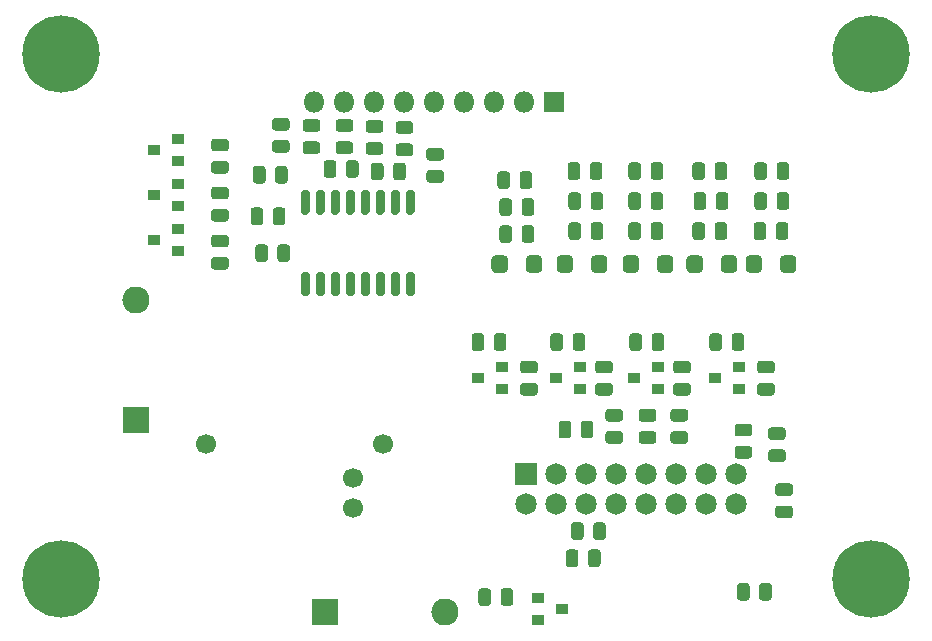
<source format=gbr>
G04 #@! TF.GenerationSoftware,KiCad,Pcbnew,(5.1.6-0-10_14)*
G04 #@! TF.CreationDate,2020-07-24T12:42:11-04:00*
G04 #@! TF.ProjectId,Pufferfish-Interface-2,50756666-6572-4666-9973-682d496e7465,rev?*
G04 #@! TF.SameCoordinates,Original*
G04 #@! TF.FileFunction,Soldermask,Top*
G04 #@! TF.FilePolarity,Negative*
%FSLAX46Y46*%
G04 Gerber Fmt 4.6, Leading zero omitted, Abs format (unit mm)*
G04 Created by KiCad (PCBNEW (5.1.6-0-10_14)) date 2020-07-24 12:42:11*
%MOMM*%
%LPD*%
G01*
G04 APERTURE LIST*
%ADD10C,6.553200*%
%ADD11R,1.825000X1.825000*%
%ADD12C,1.825000*%
%ADD13O,1.800000X1.800000*%
%ADD14R,1.800000X1.800000*%
%ADD15C,1.700000*%
%ADD16R,2.300000X2.300000*%
%ADD17O,2.300000X2.300000*%
%ADD18R,1.000000X0.900000*%
G04 APERTURE END LIST*
D10*
X-3810000Y-6350000D03*
X-3810000Y-50800000D03*
X64770000Y-50800000D03*
X64770000Y-6350000D03*
D11*
X35560000Y-41910000D03*
D12*
X35560000Y-44450000D03*
X38100000Y-41910000D03*
X38100000Y-44450000D03*
X40640000Y-41910000D03*
X40640000Y-44450000D03*
X43180000Y-41910000D03*
X43180000Y-44450000D03*
X45720000Y-41910000D03*
X45720000Y-44450000D03*
X48260000Y-41910000D03*
X48260000Y-44450000D03*
X50800000Y-41910000D03*
X50800000Y-44450000D03*
X53340000Y-41910000D03*
X53340000Y-44450000D03*
D13*
X17619980Y-10421620D03*
X20159980Y-10421620D03*
X22699980Y-10421620D03*
X25239980Y-10421620D03*
X27779980Y-10421620D03*
X30319980Y-10421620D03*
X32859980Y-10421620D03*
X35399980Y-10421620D03*
D14*
X37939980Y-10421620D03*
G36*
G01*
X15286910Y-12818160D02*
X14324410Y-12818160D01*
G75*
G02*
X14055660Y-12549410I0J268750D01*
G01*
X14055660Y-12011910D01*
G75*
G02*
X14324410Y-11743160I268750J0D01*
G01*
X15286910Y-11743160D01*
G75*
G02*
X15555660Y-12011910I0J-268750D01*
G01*
X15555660Y-12549410D01*
G75*
G02*
X15286910Y-12818160I-268750J0D01*
G01*
G37*
G36*
G01*
X15286910Y-14693160D02*
X14324410Y-14693160D01*
G75*
G02*
X14055660Y-14424410I0J268750D01*
G01*
X14055660Y-13886910D01*
G75*
G02*
X14324410Y-13618160I268750J0D01*
G01*
X15286910Y-13618160D01*
G75*
G02*
X15555660Y-13886910I0J-268750D01*
G01*
X15555660Y-14424410D01*
G75*
G02*
X15286910Y-14693160I-268750J0D01*
G01*
G37*
G36*
G01*
X19513600Y-15584250D02*
X19513600Y-16546750D01*
G75*
G02*
X19244850Y-16815500I-268750J0D01*
G01*
X18707350Y-16815500D01*
G75*
G02*
X18438600Y-16546750I0J268750D01*
G01*
X18438600Y-15584250D01*
G75*
G02*
X18707350Y-15315500I268750J0D01*
G01*
X19244850Y-15315500D01*
G75*
G02*
X19513600Y-15584250I0J-268750D01*
G01*
G37*
G36*
G01*
X21388600Y-15584250D02*
X21388600Y-16546750D01*
G75*
G02*
X21119850Y-16815500I-268750J0D01*
G01*
X20582350Y-16815500D01*
G75*
G02*
X20313600Y-16546750I0J268750D01*
G01*
X20313600Y-15584250D01*
G75*
G02*
X20582350Y-15315500I268750J0D01*
G01*
X21119850Y-15315500D01*
G75*
G02*
X21388600Y-15584250I0J-268750D01*
G01*
G37*
G36*
G01*
X23506480Y-15805230D02*
X23506480Y-16767730D01*
G75*
G02*
X23237730Y-17036480I-268750J0D01*
G01*
X22700230Y-17036480D01*
G75*
G02*
X22431480Y-16767730I0J268750D01*
G01*
X22431480Y-15805230D01*
G75*
G02*
X22700230Y-15536480I268750J0D01*
G01*
X23237730Y-15536480D01*
G75*
G02*
X23506480Y-15805230I0J-268750D01*
G01*
G37*
G36*
G01*
X25381480Y-15805230D02*
X25381480Y-16767730D01*
G75*
G02*
X25112730Y-17036480I-268750J0D01*
G01*
X24575230Y-17036480D01*
G75*
G02*
X24306480Y-16767730I0J268750D01*
G01*
X24306480Y-15805230D01*
G75*
G02*
X24575230Y-15536480I268750J0D01*
G01*
X25112730Y-15536480D01*
G75*
G02*
X25381480Y-15805230I0J-268750D01*
G01*
G37*
G36*
G01*
X28352670Y-15368320D02*
X27390170Y-15368320D01*
G75*
G02*
X27121420Y-15099570I0J268750D01*
G01*
X27121420Y-14562070D01*
G75*
G02*
X27390170Y-14293320I268750J0D01*
G01*
X28352670Y-14293320D01*
G75*
G02*
X28621420Y-14562070I0J-268750D01*
G01*
X28621420Y-15099570D01*
G75*
G02*
X28352670Y-15368320I-268750J0D01*
G01*
G37*
G36*
G01*
X28352670Y-17243320D02*
X27390170Y-17243320D01*
G75*
G02*
X27121420Y-16974570I0J268750D01*
G01*
X27121420Y-16437070D01*
G75*
G02*
X27390170Y-16168320I268750J0D01*
G01*
X28352670Y-16168320D01*
G75*
G02*
X28621420Y-16437070I0J-268750D01*
G01*
X28621420Y-16974570D01*
G75*
G02*
X28352670Y-17243320I-268750J0D01*
G01*
G37*
G36*
G01*
X13519200Y-16074470D02*
X13519200Y-17036970D01*
G75*
G02*
X13250450Y-17305720I-268750J0D01*
G01*
X12712950Y-17305720D01*
G75*
G02*
X12444200Y-17036970I0J268750D01*
G01*
X12444200Y-16074470D01*
G75*
G02*
X12712950Y-15805720I268750J0D01*
G01*
X13250450Y-15805720D01*
G75*
G02*
X13519200Y-16074470I0J-268750D01*
G01*
G37*
G36*
G01*
X15394200Y-16074470D02*
X15394200Y-17036970D01*
G75*
G02*
X15125450Y-17305720I-268750J0D01*
G01*
X14587950Y-17305720D01*
G75*
G02*
X14319200Y-17036970I0J268750D01*
G01*
X14319200Y-16074470D01*
G75*
G02*
X14587950Y-15805720I268750J0D01*
G01*
X15125450Y-15805720D01*
G75*
G02*
X15394200Y-16074470I0J-268750D01*
G01*
G37*
G36*
G01*
X13719860Y-22714030D02*
X13719860Y-23676530D01*
G75*
G02*
X13451110Y-23945280I-268750J0D01*
G01*
X12913610Y-23945280D01*
G75*
G02*
X12644860Y-23676530I0J268750D01*
G01*
X12644860Y-22714030D01*
G75*
G02*
X12913610Y-22445280I268750J0D01*
G01*
X13451110Y-22445280D01*
G75*
G02*
X13719860Y-22714030I0J-268750D01*
G01*
G37*
G36*
G01*
X15594860Y-22714030D02*
X15594860Y-23676530D01*
G75*
G02*
X15326110Y-23945280I-268750J0D01*
G01*
X14788610Y-23945280D01*
G75*
G02*
X14519860Y-23676530I0J268750D01*
G01*
X14519860Y-22714030D01*
G75*
G02*
X14788610Y-22445280I268750J0D01*
G01*
X15326110Y-22445280D01*
G75*
G02*
X15594860Y-22714030I0J-268750D01*
G01*
G37*
G36*
G01*
X13326160Y-19594910D02*
X13326160Y-20557410D01*
G75*
G02*
X13057410Y-20826160I-268750J0D01*
G01*
X12519910Y-20826160D01*
G75*
G02*
X12251160Y-20557410I0J268750D01*
G01*
X12251160Y-19594910D01*
G75*
G02*
X12519910Y-19326160I268750J0D01*
G01*
X13057410Y-19326160D01*
G75*
G02*
X13326160Y-19594910I0J-268750D01*
G01*
G37*
G36*
G01*
X15201160Y-19594910D02*
X15201160Y-20557410D01*
G75*
G02*
X14932410Y-20826160I-268750J0D01*
G01*
X14394910Y-20826160D01*
G75*
G02*
X14126160Y-20557410I0J268750D01*
G01*
X14126160Y-19594910D01*
G75*
G02*
X14394910Y-19326160I268750J0D01*
G01*
X14932410Y-19326160D01*
G75*
G02*
X15201160Y-19594910I0J-268750D01*
G01*
G37*
G36*
G01*
X57903030Y-43768060D02*
X56940530Y-43768060D01*
G75*
G02*
X56671780Y-43499310I0J268750D01*
G01*
X56671780Y-42961810D01*
G75*
G02*
X56940530Y-42693060I268750J0D01*
G01*
X57903030Y-42693060D01*
G75*
G02*
X58171780Y-42961810I0J-268750D01*
G01*
X58171780Y-43499310D01*
G75*
G02*
X57903030Y-43768060I-268750J0D01*
G01*
G37*
G36*
G01*
X57903030Y-45643060D02*
X56940530Y-45643060D01*
G75*
G02*
X56671780Y-45374310I0J268750D01*
G01*
X56671780Y-44836810D01*
G75*
G02*
X56940530Y-44568060I268750J0D01*
G01*
X57903030Y-44568060D01*
G75*
G02*
X58171780Y-44836810I0J-268750D01*
G01*
X58171780Y-45374310D01*
G75*
G02*
X57903030Y-45643060I-268750J0D01*
G01*
G37*
G36*
G01*
X55304640Y-52355670D02*
X55304640Y-51393170D01*
G75*
G02*
X55573390Y-51124420I268750J0D01*
G01*
X56110890Y-51124420D01*
G75*
G02*
X56379640Y-51393170I0J-268750D01*
G01*
X56379640Y-52355670D01*
G75*
G02*
X56110890Y-52624420I-268750J0D01*
G01*
X55573390Y-52624420D01*
G75*
G02*
X55304640Y-52355670I0J268750D01*
G01*
G37*
G36*
G01*
X53429640Y-52355670D02*
X53429640Y-51393170D01*
G75*
G02*
X53698390Y-51124420I268750J0D01*
G01*
X54235890Y-51124420D01*
G75*
G02*
X54504640Y-51393170I0J-268750D01*
G01*
X54504640Y-52355670D01*
G75*
G02*
X54235890Y-52624420I-268750J0D01*
G01*
X53698390Y-52624420D01*
G75*
G02*
X53429640Y-52355670I0J268750D01*
G01*
G37*
G36*
G01*
X40013940Y-48555990D02*
X40013940Y-49518490D01*
G75*
G02*
X39745190Y-49787240I-268750J0D01*
G01*
X39207690Y-49787240D01*
G75*
G02*
X38938940Y-49518490I0J268750D01*
G01*
X38938940Y-48555990D01*
G75*
G02*
X39207690Y-48287240I268750J0D01*
G01*
X39745190Y-48287240D01*
G75*
G02*
X40013940Y-48555990I0J-268750D01*
G01*
G37*
G36*
G01*
X41888940Y-48555990D02*
X41888940Y-49518490D01*
G75*
G02*
X41620190Y-49787240I-268750J0D01*
G01*
X41082690Y-49787240D01*
G75*
G02*
X40813940Y-49518490I0J268750D01*
G01*
X40813940Y-48555990D01*
G75*
G02*
X41082690Y-48287240I268750J0D01*
G01*
X41620190Y-48287240D01*
G75*
G02*
X41888940Y-48555990I0J-268750D01*
G01*
G37*
G36*
G01*
X41255900Y-47209630D02*
X41255900Y-46247130D01*
G75*
G02*
X41524650Y-45978380I268750J0D01*
G01*
X42062150Y-45978380D01*
G75*
G02*
X42330900Y-46247130I0J-268750D01*
G01*
X42330900Y-47209630D01*
G75*
G02*
X42062150Y-47478380I-268750J0D01*
G01*
X41524650Y-47478380D01*
G75*
G02*
X41255900Y-47209630I0J268750D01*
G01*
G37*
G36*
G01*
X39380900Y-47209630D02*
X39380900Y-46247130D01*
G75*
G02*
X39649650Y-45978380I268750J0D01*
G01*
X40187150Y-45978380D01*
G75*
G02*
X40455900Y-46247130I0J-268750D01*
G01*
X40455900Y-47209630D01*
G75*
G02*
X40187150Y-47478380I-268750J0D01*
G01*
X39649650Y-47478380D01*
G75*
G02*
X39380900Y-47209630I0J268750D01*
G01*
G37*
G36*
G01*
X56333470Y-39815480D02*
X57295970Y-39815480D01*
G75*
G02*
X57564720Y-40084230I0J-268750D01*
G01*
X57564720Y-40621730D01*
G75*
G02*
X57295970Y-40890480I-268750J0D01*
G01*
X56333470Y-40890480D01*
G75*
G02*
X56064720Y-40621730I0J268750D01*
G01*
X56064720Y-40084230D01*
G75*
G02*
X56333470Y-39815480I268750J0D01*
G01*
G37*
G36*
G01*
X56333470Y-37940480D02*
X57295970Y-37940480D01*
G75*
G02*
X57564720Y-38209230I0J-268750D01*
G01*
X57564720Y-38746730D01*
G75*
G02*
X57295970Y-39015480I-268750J0D01*
G01*
X56333470Y-39015480D01*
G75*
G02*
X56064720Y-38746730I0J268750D01*
G01*
X56064720Y-38209230D01*
G75*
G02*
X56333470Y-37940480I268750J0D01*
G01*
G37*
G36*
G01*
X53493750Y-39521080D02*
X54456250Y-39521080D01*
G75*
G02*
X54725000Y-39789830I0J-268750D01*
G01*
X54725000Y-40327330D01*
G75*
G02*
X54456250Y-40596080I-268750J0D01*
G01*
X53493750Y-40596080D01*
G75*
G02*
X53225000Y-40327330I0J268750D01*
G01*
X53225000Y-39789830D01*
G75*
G02*
X53493750Y-39521080I268750J0D01*
G01*
G37*
G36*
G01*
X53493750Y-37646080D02*
X54456250Y-37646080D01*
G75*
G02*
X54725000Y-37914830I0J-268750D01*
G01*
X54725000Y-38452330D01*
G75*
G02*
X54456250Y-38721080I-268750J0D01*
G01*
X53493750Y-38721080D01*
G75*
G02*
X53225000Y-38452330I0J268750D01*
G01*
X53225000Y-37914830D01*
G75*
G02*
X53493750Y-37646080I268750J0D01*
G01*
G37*
G36*
G01*
X48070850Y-38263780D02*
X49033350Y-38263780D01*
G75*
G02*
X49302100Y-38532530I0J-268750D01*
G01*
X49302100Y-39070030D01*
G75*
G02*
X49033350Y-39338780I-268750J0D01*
G01*
X48070850Y-39338780D01*
G75*
G02*
X47802100Y-39070030I0J268750D01*
G01*
X47802100Y-38532530D01*
G75*
G02*
X48070850Y-38263780I268750J0D01*
G01*
G37*
G36*
G01*
X48070850Y-36388780D02*
X49033350Y-36388780D01*
G75*
G02*
X49302100Y-36657530I0J-268750D01*
G01*
X49302100Y-37195030D01*
G75*
G02*
X49033350Y-37463780I-268750J0D01*
G01*
X48070850Y-37463780D01*
G75*
G02*
X47802100Y-37195030I0J268750D01*
G01*
X47802100Y-36657530D01*
G75*
G02*
X48070850Y-36388780I268750J0D01*
G01*
G37*
G36*
G01*
X45375910Y-38263780D02*
X46338410Y-38263780D01*
G75*
G02*
X46607160Y-38532530I0J-268750D01*
G01*
X46607160Y-39070030D01*
G75*
G02*
X46338410Y-39338780I-268750J0D01*
G01*
X45375910Y-39338780D01*
G75*
G02*
X45107160Y-39070030I0J268750D01*
G01*
X45107160Y-38532530D01*
G75*
G02*
X45375910Y-38263780I268750J0D01*
G01*
G37*
G36*
G01*
X45375910Y-36388780D02*
X46338410Y-36388780D01*
G75*
G02*
X46607160Y-36657530I0J-268750D01*
G01*
X46607160Y-37195030D01*
G75*
G02*
X46338410Y-37463780I-268750J0D01*
G01*
X45375910Y-37463780D01*
G75*
G02*
X45107160Y-37195030I0J268750D01*
G01*
X45107160Y-36657530D01*
G75*
G02*
X45375910Y-36388780I268750J0D01*
G01*
G37*
G36*
G01*
X42551430Y-38263780D02*
X43513930Y-38263780D01*
G75*
G02*
X43782680Y-38532530I0J-268750D01*
G01*
X43782680Y-39070030D01*
G75*
G02*
X43513930Y-39338780I-268750J0D01*
G01*
X42551430Y-39338780D01*
G75*
G02*
X42282680Y-39070030I0J268750D01*
G01*
X42282680Y-38532530D01*
G75*
G02*
X42551430Y-38263780I268750J0D01*
G01*
G37*
G36*
G01*
X42551430Y-36388780D02*
X43513930Y-36388780D01*
G75*
G02*
X43782680Y-36657530I0J-268750D01*
G01*
X43782680Y-37195030D01*
G75*
G02*
X43513930Y-37463780I-268750J0D01*
G01*
X42551430Y-37463780D01*
G75*
G02*
X42282680Y-37195030I0J268750D01*
G01*
X42282680Y-36657530D01*
G75*
G02*
X42551430Y-36388780I268750J0D01*
G01*
G37*
G36*
G01*
X40199260Y-38621890D02*
X40199260Y-37659390D01*
G75*
G02*
X40468010Y-37390640I268750J0D01*
G01*
X41005510Y-37390640D01*
G75*
G02*
X41274260Y-37659390I0J-268750D01*
G01*
X41274260Y-38621890D01*
G75*
G02*
X41005510Y-38890640I-268750J0D01*
G01*
X40468010Y-38890640D01*
G75*
G02*
X40199260Y-38621890I0J268750D01*
G01*
G37*
G36*
G01*
X38324260Y-38621890D02*
X38324260Y-37659390D01*
G75*
G02*
X38593010Y-37390640I268750J0D01*
G01*
X39130510Y-37390640D01*
G75*
G02*
X39399260Y-37659390I0J-268750D01*
G01*
X39399260Y-38621890D01*
G75*
G02*
X39130510Y-38890640I-268750J0D01*
G01*
X38593010Y-38890640D01*
G75*
G02*
X38324260Y-38621890I0J268750D01*
G01*
G37*
D15*
X23502000Y-39370000D03*
X8502000Y-39370000D03*
X20902000Y-42270000D03*
X20902000Y-44770000D03*
G36*
G01*
X51532500Y-21817250D02*
X51532500Y-20854750D01*
G75*
G02*
X51801250Y-20586000I268750J0D01*
G01*
X52338750Y-20586000D01*
G75*
G02*
X52607500Y-20854750I0J-268750D01*
G01*
X52607500Y-21817250D01*
G75*
G02*
X52338750Y-22086000I-268750J0D01*
G01*
X51801250Y-22086000D01*
G75*
G02*
X51532500Y-21817250I0J268750D01*
G01*
G37*
G36*
G01*
X49657500Y-21817250D02*
X49657500Y-20854750D01*
G75*
G02*
X49926250Y-20586000I268750J0D01*
G01*
X50463750Y-20586000D01*
G75*
G02*
X50732500Y-20854750I0J-268750D01*
G01*
X50732500Y-21817250D01*
G75*
G02*
X50463750Y-22086000I-268750J0D01*
G01*
X49926250Y-22086000D01*
G75*
G02*
X49657500Y-21817250I0J268750D01*
G01*
G37*
G36*
G01*
X46120000Y-21817250D02*
X46120000Y-20854750D01*
G75*
G02*
X46388750Y-20586000I268750J0D01*
G01*
X46926250Y-20586000D01*
G75*
G02*
X47195000Y-20854750I0J-268750D01*
G01*
X47195000Y-21817250D01*
G75*
G02*
X46926250Y-22086000I-268750J0D01*
G01*
X46388750Y-22086000D01*
G75*
G02*
X46120000Y-21817250I0J268750D01*
G01*
G37*
G36*
G01*
X44245000Y-21817250D02*
X44245000Y-20854750D01*
G75*
G02*
X44513750Y-20586000I268750J0D01*
G01*
X45051250Y-20586000D01*
G75*
G02*
X45320000Y-20854750I0J-268750D01*
G01*
X45320000Y-21817250D01*
G75*
G02*
X45051250Y-22086000I-268750J0D01*
G01*
X44513750Y-22086000D01*
G75*
G02*
X44245000Y-21817250I0J268750D01*
G01*
G37*
G36*
G01*
X39165000Y-21817250D02*
X39165000Y-20854750D01*
G75*
G02*
X39433750Y-20586000I268750J0D01*
G01*
X39971250Y-20586000D01*
G75*
G02*
X40240000Y-20854750I0J-268750D01*
G01*
X40240000Y-21817250D01*
G75*
G02*
X39971250Y-22086000I-268750J0D01*
G01*
X39433750Y-22086000D01*
G75*
G02*
X39165000Y-21817250I0J268750D01*
G01*
G37*
G36*
G01*
X41040000Y-21817250D02*
X41040000Y-20854750D01*
G75*
G02*
X41308750Y-20586000I268750J0D01*
G01*
X41846250Y-20586000D01*
G75*
G02*
X42115000Y-20854750I0J-268750D01*
G01*
X42115000Y-21817250D01*
G75*
G02*
X41846250Y-22086000I-268750J0D01*
G01*
X41308750Y-22086000D01*
G75*
G02*
X41040000Y-21817250I0J268750D01*
G01*
G37*
G36*
G01*
X33323000Y-22071250D02*
X33323000Y-21108750D01*
G75*
G02*
X33591750Y-20840000I268750J0D01*
G01*
X34129250Y-20840000D01*
G75*
G02*
X34398000Y-21108750I0J-268750D01*
G01*
X34398000Y-22071250D01*
G75*
G02*
X34129250Y-22340000I-268750J0D01*
G01*
X33591750Y-22340000D01*
G75*
G02*
X33323000Y-22071250I0J268750D01*
G01*
G37*
G36*
G01*
X35198000Y-22071250D02*
X35198000Y-21108750D01*
G75*
G02*
X35466750Y-20840000I268750J0D01*
G01*
X36004250Y-20840000D01*
G75*
G02*
X36273000Y-21108750I0J-268750D01*
G01*
X36273000Y-22071250D01*
G75*
G02*
X36004250Y-22340000I-268750J0D01*
G01*
X35466750Y-22340000D01*
G75*
G02*
X35198000Y-22071250I0J268750D01*
G01*
G37*
G36*
G01*
X54834500Y-21817250D02*
X54834500Y-20854750D01*
G75*
G02*
X55103250Y-20586000I268750J0D01*
G01*
X55640750Y-20586000D01*
G75*
G02*
X55909500Y-20854750I0J-268750D01*
G01*
X55909500Y-21817250D01*
G75*
G02*
X55640750Y-22086000I-268750J0D01*
G01*
X55103250Y-22086000D01*
G75*
G02*
X54834500Y-21817250I0J268750D01*
G01*
G37*
G36*
G01*
X56709500Y-21817250D02*
X56709500Y-20854750D01*
G75*
G02*
X56978250Y-20586000I268750J0D01*
G01*
X57515750Y-20586000D01*
G75*
G02*
X57784500Y-20854750I0J-268750D01*
G01*
X57784500Y-21817250D01*
G75*
G02*
X57515750Y-22086000I-268750J0D01*
G01*
X56978250Y-22086000D01*
G75*
G02*
X56709500Y-21817250I0J268750D01*
G01*
G37*
D16*
X18542000Y-53594000D03*
D17*
X28702000Y-53594000D03*
X2540000Y-27178000D03*
D16*
X2540000Y-37338000D03*
G36*
G01*
X49158000Y-24530000D02*
X49158000Y-23730000D01*
G75*
G02*
X49508000Y-23380000I350000J0D01*
G01*
X50208000Y-23380000D01*
G75*
G02*
X50558000Y-23730000I0J-350000D01*
G01*
X50558000Y-24530000D01*
G75*
G02*
X50208000Y-24880000I-350000J0D01*
G01*
X49508000Y-24880000D01*
G75*
G02*
X49158000Y-24530000I0J350000D01*
G01*
G37*
G36*
G01*
X52058000Y-24530000D02*
X52058000Y-23730000D01*
G75*
G02*
X52408000Y-23380000I350000J0D01*
G01*
X53108000Y-23380000D01*
G75*
G02*
X53458000Y-23730000I0J-350000D01*
G01*
X53458000Y-24530000D01*
G75*
G02*
X53108000Y-24880000I-350000J0D01*
G01*
X52408000Y-24880000D01*
G75*
G02*
X52058000Y-24530000I0J350000D01*
G01*
G37*
G36*
G01*
X43750000Y-24530000D02*
X43750000Y-23730000D01*
G75*
G02*
X44100000Y-23380000I350000J0D01*
G01*
X44800000Y-23380000D01*
G75*
G02*
X45150000Y-23730000I0J-350000D01*
G01*
X45150000Y-24530000D01*
G75*
G02*
X44800000Y-24880000I-350000J0D01*
G01*
X44100000Y-24880000D01*
G75*
G02*
X43750000Y-24530000I0J350000D01*
G01*
G37*
G36*
G01*
X46650000Y-24530000D02*
X46650000Y-23730000D01*
G75*
G02*
X47000000Y-23380000I350000J0D01*
G01*
X47700000Y-23380000D01*
G75*
G02*
X48050000Y-23730000I0J-350000D01*
G01*
X48050000Y-24530000D01*
G75*
G02*
X47700000Y-24880000I-350000J0D01*
G01*
X47000000Y-24880000D01*
G75*
G02*
X46650000Y-24530000I0J350000D01*
G01*
G37*
G36*
G01*
X41062000Y-24530000D02*
X41062000Y-23730000D01*
G75*
G02*
X41412000Y-23380000I350000J0D01*
G01*
X42112000Y-23380000D01*
G75*
G02*
X42462000Y-23730000I0J-350000D01*
G01*
X42462000Y-24530000D01*
G75*
G02*
X42112000Y-24880000I-350000J0D01*
G01*
X41412000Y-24880000D01*
G75*
G02*
X41062000Y-24530000I0J350000D01*
G01*
G37*
G36*
G01*
X38162000Y-24530000D02*
X38162000Y-23730000D01*
G75*
G02*
X38512000Y-23380000I350000J0D01*
G01*
X39212000Y-23380000D01*
G75*
G02*
X39562000Y-23730000I0J-350000D01*
G01*
X39562000Y-24530000D01*
G75*
G02*
X39212000Y-24880000I-350000J0D01*
G01*
X38512000Y-24880000D01*
G75*
G02*
X38162000Y-24530000I0J350000D01*
G01*
G37*
G36*
G01*
X35548000Y-24530000D02*
X35548000Y-23730000D01*
G75*
G02*
X35898000Y-23380000I350000J0D01*
G01*
X36598000Y-23380000D01*
G75*
G02*
X36948000Y-23730000I0J-350000D01*
G01*
X36948000Y-24530000D01*
G75*
G02*
X36598000Y-24880000I-350000J0D01*
G01*
X35898000Y-24880000D01*
G75*
G02*
X35548000Y-24530000I0J350000D01*
G01*
G37*
G36*
G01*
X32648000Y-24530000D02*
X32648000Y-23730000D01*
G75*
G02*
X32998000Y-23380000I350000J0D01*
G01*
X33698000Y-23380000D01*
G75*
G02*
X34048000Y-23730000I0J-350000D01*
G01*
X34048000Y-24530000D01*
G75*
G02*
X33698000Y-24880000I-350000J0D01*
G01*
X32998000Y-24880000D01*
G75*
G02*
X32648000Y-24530000I0J350000D01*
G01*
G37*
G36*
G01*
X57064000Y-24530000D02*
X57064000Y-23730000D01*
G75*
G02*
X57414000Y-23380000I350000J0D01*
G01*
X58114000Y-23380000D01*
G75*
G02*
X58464000Y-23730000I0J-350000D01*
G01*
X58464000Y-24530000D01*
G75*
G02*
X58114000Y-24880000I-350000J0D01*
G01*
X57414000Y-24880000D01*
G75*
G02*
X57064000Y-24530000I0J350000D01*
G01*
G37*
G36*
G01*
X54164000Y-24530000D02*
X54164000Y-23730000D01*
G75*
G02*
X54514000Y-23380000I350000J0D01*
G01*
X55214000Y-23380000D01*
G75*
G02*
X55564000Y-23730000I0J-350000D01*
G01*
X55564000Y-24530000D01*
G75*
G02*
X55214000Y-24880000I-350000J0D01*
G01*
X54514000Y-24880000D01*
G75*
G02*
X54164000Y-24530000I0J350000D01*
G01*
G37*
D18*
X33512000Y-34732000D03*
X33512000Y-32832000D03*
X31512000Y-33782000D03*
X38116000Y-33782000D03*
X40116000Y-32832000D03*
X40116000Y-34732000D03*
X46720000Y-34732000D03*
X46720000Y-32832000D03*
X44720000Y-33782000D03*
X51578000Y-33782000D03*
X53578000Y-32832000D03*
X53578000Y-34732000D03*
X36592000Y-52390000D03*
X36592000Y-54290000D03*
X38592000Y-53340000D03*
X6080000Y-23048000D03*
X6080000Y-21148000D03*
X4080000Y-22098000D03*
X4080000Y-18288000D03*
X6080000Y-17338000D03*
X6080000Y-19238000D03*
X4080000Y-14478000D03*
X6080000Y-13528000D03*
X6080000Y-15428000D03*
G36*
G01*
X36295250Y-33382000D02*
X35332750Y-33382000D01*
G75*
G02*
X35064000Y-33113250I0J268750D01*
G01*
X35064000Y-32575750D01*
G75*
G02*
X35332750Y-32307000I268750J0D01*
G01*
X36295250Y-32307000D01*
G75*
G02*
X36564000Y-32575750I0J-268750D01*
G01*
X36564000Y-33113250D01*
G75*
G02*
X36295250Y-33382000I-268750J0D01*
G01*
G37*
G36*
G01*
X36295250Y-35257000D02*
X35332750Y-35257000D01*
G75*
G02*
X35064000Y-34988250I0J268750D01*
G01*
X35064000Y-34450750D01*
G75*
G02*
X35332750Y-34182000I268750J0D01*
G01*
X36295250Y-34182000D01*
G75*
G02*
X36564000Y-34450750I0J-268750D01*
G01*
X36564000Y-34988250D01*
G75*
G02*
X36295250Y-35257000I-268750J0D01*
G01*
G37*
G36*
G01*
X42645250Y-35257000D02*
X41682750Y-35257000D01*
G75*
G02*
X41414000Y-34988250I0J268750D01*
G01*
X41414000Y-34450750D01*
G75*
G02*
X41682750Y-34182000I268750J0D01*
G01*
X42645250Y-34182000D01*
G75*
G02*
X42914000Y-34450750I0J-268750D01*
G01*
X42914000Y-34988250D01*
G75*
G02*
X42645250Y-35257000I-268750J0D01*
G01*
G37*
G36*
G01*
X42645250Y-33382000D02*
X41682750Y-33382000D01*
G75*
G02*
X41414000Y-33113250I0J268750D01*
G01*
X41414000Y-32575750D01*
G75*
G02*
X41682750Y-32307000I268750J0D01*
G01*
X42645250Y-32307000D01*
G75*
G02*
X42914000Y-32575750I0J-268750D01*
G01*
X42914000Y-33113250D01*
G75*
G02*
X42645250Y-33382000I-268750J0D01*
G01*
G37*
G36*
G01*
X49249250Y-33382000D02*
X48286750Y-33382000D01*
G75*
G02*
X48018000Y-33113250I0J268750D01*
G01*
X48018000Y-32575750D01*
G75*
G02*
X48286750Y-32307000I268750J0D01*
G01*
X49249250Y-32307000D01*
G75*
G02*
X49518000Y-32575750I0J-268750D01*
G01*
X49518000Y-33113250D01*
G75*
G02*
X49249250Y-33382000I-268750J0D01*
G01*
G37*
G36*
G01*
X49249250Y-35257000D02*
X48286750Y-35257000D01*
G75*
G02*
X48018000Y-34988250I0J268750D01*
G01*
X48018000Y-34450750D01*
G75*
G02*
X48286750Y-34182000I268750J0D01*
G01*
X49249250Y-34182000D01*
G75*
G02*
X49518000Y-34450750I0J-268750D01*
G01*
X49518000Y-34988250D01*
G75*
G02*
X49249250Y-35257000I-268750J0D01*
G01*
G37*
G36*
G01*
X56361250Y-35257000D02*
X55398750Y-35257000D01*
G75*
G02*
X55130000Y-34988250I0J268750D01*
G01*
X55130000Y-34450750D01*
G75*
G02*
X55398750Y-34182000I268750J0D01*
G01*
X56361250Y-34182000D01*
G75*
G02*
X56630000Y-34450750I0J-268750D01*
G01*
X56630000Y-34988250D01*
G75*
G02*
X56361250Y-35257000I-268750J0D01*
G01*
G37*
G36*
G01*
X56361250Y-33382000D02*
X55398750Y-33382000D01*
G75*
G02*
X55130000Y-33113250I0J268750D01*
G01*
X55130000Y-32575750D01*
G75*
G02*
X55398750Y-32307000I268750J0D01*
G01*
X56361250Y-32307000D01*
G75*
G02*
X56630000Y-32575750I0J-268750D01*
G01*
X56630000Y-33113250D01*
G75*
G02*
X56361250Y-33382000I-268750J0D01*
G01*
G37*
G36*
G01*
X33908500Y-30252750D02*
X33908500Y-31215250D01*
G75*
G02*
X33639750Y-31484000I-268750J0D01*
G01*
X33102250Y-31484000D01*
G75*
G02*
X32833500Y-31215250I0J268750D01*
G01*
X32833500Y-30252750D01*
G75*
G02*
X33102250Y-29984000I268750J0D01*
G01*
X33639750Y-29984000D01*
G75*
G02*
X33908500Y-30252750I0J-268750D01*
G01*
G37*
G36*
G01*
X32033500Y-30252750D02*
X32033500Y-31215250D01*
G75*
G02*
X31764750Y-31484000I-268750J0D01*
G01*
X31227250Y-31484000D01*
G75*
G02*
X30958500Y-31215250I0J268750D01*
G01*
X30958500Y-30252750D01*
G75*
G02*
X31227250Y-29984000I268750J0D01*
G01*
X31764750Y-29984000D01*
G75*
G02*
X32033500Y-30252750I0J-268750D01*
G01*
G37*
G36*
G01*
X38716000Y-30252750D02*
X38716000Y-31215250D01*
G75*
G02*
X38447250Y-31484000I-268750J0D01*
G01*
X37909750Y-31484000D01*
G75*
G02*
X37641000Y-31215250I0J268750D01*
G01*
X37641000Y-30252750D01*
G75*
G02*
X37909750Y-29984000I268750J0D01*
G01*
X38447250Y-29984000D01*
G75*
G02*
X38716000Y-30252750I0J-268750D01*
G01*
G37*
G36*
G01*
X40591000Y-30252750D02*
X40591000Y-31215250D01*
G75*
G02*
X40322250Y-31484000I-268750J0D01*
G01*
X39784750Y-31484000D01*
G75*
G02*
X39516000Y-31215250I0J268750D01*
G01*
X39516000Y-30252750D01*
G75*
G02*
X39784750Y-29984000I268750J0D01*
G01*
X40322250Y-29984000D01*
G75*
G02*
X40591000Y-30252750I0J-268750D01*
G01*
G37*
G36*
G01*
X47273500Y-30252750D02*
X47273500Y-31215250D01*
G75*
G02*
X47004750Y-31484000I-268750J0D01*
G01*
X46467250Y-31484000D01*
G75*
G02*
X46198500Y-31215250I0J268750D01*
G01*
X46198500Y-30252750D01*
G75*
G02*
X46467250Y-29984000I268750J0D01*
G01*
X47004750Y-29984000D01*
G75*
G02*
X47273500Y-30252750I0J-268750D01*
G01*
G37*
G36*
G01*
X45398500Y-30252750D02*
X45398500Y-31215250D01*
G75*
G02*
X45129750Y-31484000I-268750J0D01*
G01*
X44592250Y-31484000D01*
G75*
G02*
X44323500Y-31215250I0J268750D01*
G01*
X44323500Y-30252750D01*
G75*
G02*
X44592250Y-29984000I268750J0D01*
G01*
X45129750Y-29984000D01*
G75*
G02*
X45398500Y-30252750I0J-268750D01*
G01*
G37*
G36*
G01*
X52178000Y-30252750D02*
X52178000Y-31215250D01*
G75*
G02*
X51909250Y-31484000I-268750J0D01*
G01*
X51371750Y-31484000D01*
G75*
G02*
X51103000Y-31215250I0J268750D01*
G01*
X51103000Y-30252750D01*
G75*
G02*
X51371750Y-29984000I268750J0D01*
G01*
X51909250Y-29984000D01*
G75*
G02*
X52178000Y-30252750I0J-268750D01*
G01*
G37*
G36*
G01*
X54053000Y-30252750D02*
X54053000Y-31215250D01*
G75*
G02*
X53784250Y-31484000I-268750J0D01*
G01*
X53246750Y-31484000D01*
G75*
G02*
X52978000Y-31215250I0J268750D01*
G01*
X52978000Y-30252750D01*
G75*
G02*
X53246750Y-29984000I268750J0D01*
G01*
X53784250Y-29984000D01*
G75*
G02*
X54053000Y-30252750I0J-268750D01*
G01*
G37*
G36*
G01*
X34495000Y-51842750D02*
X34495000Y-52805250D01*
G75*
G02*
X34226250Y-53074000I-268750J0D01*
G01*
X33688750Y-53074000D01*
G75*
G02*
X33420000Y-52805250I0J268750D01*
G01*
X33420000Y-51842750D01*
G75*
G02*
X33688750Y-51574000I268750J0D01*
G01*
X34226250Y-51574000D01*
G75*
G02*
X34495000Y-51842750I0J-268750D01*
G01*
G37*
G36*
G01*
X32620000Y-51842750D02*
X32620000Y-52805250D01*
G75*
G02*
X32351250Y-53074000I-268750J0D01*
G01*
X31813750Y-53074000D01*
G75*
G02*
X31545000Y-52805250I0J268750D01*
G01*
X31545000Y-51842750D01*
G75*
G02*
X31813750Y-51574000I268750J0D01*
G01*
X32351250Y-51574000D01*
G75*
G02*
X32620000Y-51842750I0J-268750D01*
G01*
G37*
G36*
G01*
X10133250Y-22714000D02*
X9170750Y-22714000D01*
G75*
G02*
X8902000Y-22445250I0J268750D01*
G01*
X8902000Y-21907750D01*
G75*
G02*
X9170750Y-21639000I268750J0D01*
G01*
X10133250Y-21639000D01*
G75*
G02*
X10402000Y-21907750I0J-268750D01*
G01*
X10402000Y-22445250D01*
G75*
G02*
X10133250Y-22714000I-268750J0D01*
G01*
G37*
G36*
G01*
X10133250Y-24589000D02*
X9170750Y-24589000D01*
G75*
G02*
X8902000Y-24320250I0J268750D01*
G01*
X8902000Y-23782750D01*
G75*
G02*
X9170750Y-23514000I268750J0D01*
G01*
X10133250Y-23514000D01*
G75*
G02*
X10402000Y-23782750I0J-268750D01*
G01*
X10402000Y-24320250D01*
G75*
G02*
X10133250Y-24589000I-268750J0D01*
G01*
G37*
G36*
G01*
X10133250Y-20525000D02*
X9170750Y-20525000D01*
G75*
G02*
X8902000Y-20256250I0J268750D01*
G01*
X8902000Y-19718750D01*
G75*
G02*
X9170750Y-19450000I268750J0D01*
G01*
X10133250Y-19450000D01*
G75*
G02*
X10402000Y-19718750I0J-268750D01*
G01*
X10402000Y-20256250D01*
G75*
G02*
X10133250Y-20525000I-268750J0D01*
G01*
G37*
G36*
G01*
X10133250Y-18650000D02*
X9170750Y-18650000D01*
G75*
G02*
X8902000Y-18381250I0J268750D01*
G01*
X8902000Y-17843750D01*
G75*
G02*
X9170750Y-17575000I268750J0D01*
G01*
X10133250Y-17575000D01*
G75*
G02*
X10402000Y-17843750I0J-268750D01*
G01*
X10402000Y-18381250D01*
G75*
G02*
X10133250Y-18650000I-268750J0D01*
G01*
G37*
G36*
G01*
X10133250Y-14586000D02*
X9170750Y-14586000D01*
G75*
G02*
X8902000Y-14317250I0J268750D01*
G01*
X8902000Y-13779750D01*
G75*
G02*
X9170750Y-13511000I268750J0D01*
G01*
X10133250Y-13511000D01*
G75*
G02*
X10402000Y-13779750I0J-268750D01*
G01*
X10402000Y-14317250D01*
G75*
G02*
X10133250Y-14586000I-268750J0D01*
G01*
G37*
G36*
G01*
X10133250Y-16461000D02*
X9170750Y-16461000D01*
G75*
G02*
X8902000Y-16192250I0J268750D01*
G01*
X8902000Y-15654750D01*
G75*
G02*
X9170750Y-15386000I268750J0D01*
G01*
X10133250Y-15386000D01*
G75*
G02*
X10402000Y-15654750I0J-268750D01*
G01*
X10402000Y-16192250D01*
G75*
G02*
X10133250Y-16461000I-268750J0D01*
G01*
G37*
G36*
G01*
X24796830Y-12032960D02*
X25759330Y-12032960D01*
G75*
G02*
X26028080Y-12301710I0J-268750D01*
G01*
X26028080Y-12839210D01*
G75*
G02*
X25759330Y-13107960I-268750J0D01*
G01*
X24796830Y-13107960D01*
G75*
G02*
X24528080Y-12839210I0J268750D01*
G01*
X24528080Y-12301710D01*
G75*
G02*
X24796830Y-12032960I268750J0D01*
G01*
G37*
G36*
G01*
X24796830Y-13907960D02*
X25759330Y-13907960D01*
G75*
G02*
X26028080Y-14176710I0J-268750D01*
G01*
X26028080Y-14714210D01*
G75*
G02*
X25759330Y-14982960I-268750J0D01*
G01*
X24796830Y-14982960D01*
G75*
G02*
X24528080Y-14714210I0J268750D01*
G01*
X24528080Y-14176710D01*
G75*
G02*
X24796830Y-13907960I268750J0D01*
G01*
G37*
G36*
G01*
X22256830Y-13810960D02*
X23219330Y-13810960D01*
G75*
G02*
X23488080Y-14079710I0J-268750D01*
G01*
X23488080Y-14617210D01*
G75*
G02*
X23219330Y-14885960I-268750J0D01*
G01*
X22256830Y-14885960D01*
G75*
G02*
X21988080Y-14617210I0J268750D01*
G01*
X21988080Y-14079710D01*
G75*
G02*
X22256830Y-13810960I268750J0D01*
G01*
G37*
G36*
G01*
X22256830Y-11935960D02*
X23219330Y-11935960D01*
G75*
G02*
X23488080Y-12204710I0J-268750D01*
G01*
X23488080Y-12742210D01*
G75*
G02*
X23219330Y-13010960I-268750J0D01*
G01*
X22256830Y-13010960D01*
G75*
G02*
X21988080Y-12742210I0J268750D01*
G01*
X21988080Y-12204710D01*
G75*
G02*
X22256830Y-11935960I268750J0D01*
G01*
G37*
G36*
G01*
X19716830Y-11857460D02*
X20679330Y-11857460D01*
G75*
G02*
X20948080Y-12126210I0J-268750D01*
G01*
X20948080Y-12663710D01*
G75*
G02*
X20679330Y-12932460I-268750J0D01*
G01*
X19716830Y-12932460D01*
G75*
G02*
X19448080Y-12663710I0J268750D01*
G01*
X19448080Y-12126210D01*
G75*
G02*
X19716830Y-11857460I268750J0D01*
G01*
G37*
G36*
G01*
X19716830Y-13732460D02*
X20679330Y-13732460D01*
G75*
G02*
X20948080Y-14001210I0J-268750D01*
G01*
X20948080Y-14538710D01*
G75*
G02*
X20679330Y-14807460I-268750J0D01*
G01*
X19716830Y-14807460D01*
G75*
G02*
X19448080Y-14538710I0J268750D01*
G01*
X19448080Y-14001210D01*
G75*
G02*
X19716830Y-13732460I268750J0D01*
G01*
G37*
G36*
G01*
X16922830Y-13732460D02*
X17885330Y-13732460D01*
G75*
G02*
X18154080Y-14001210I0J-268750D01*
G01*
X18154080Y-14538710D01*
G75*
G02*
X17885330Y-14807460I-268750J0D01*
G01*
X16922830Y-14807460D01*
G75*
G02*
X16654080Y-14538710I0J268750D01*
G01*
X16654080Y-14001210D01*
G75*
G02*
X16922830Y-13732460I268750J0D01*
G01*
G37*
G36*
G01*
X16922830Y-11857460D02*
X17885330Y-11857460D01*
G75*
G02*
X18154080Y-12126210I0J-268750D01*
G01*
X18154080Y-12663710D01*
G75*
G02*
X17885330Y-12932460I-268750J0D01*
G01*
X16922830Y-12932460D01*
G75*
G02*
X16654080Y-12663710I0J268750D01*
G01*
X16654080Y-12126210D01*
G75*
G02*
X16922830Y-11857460I268750J0D01*
G01*
G37*
G36*
G01*
X49657500Y-16737250D02*
X49657500Y-15774750D01*
G75*
G02*
X49926250Y-15506000I268750J0D01*
G01*
X50463750Y-15506000D01*
G75*
G02*
X50732500Y-15774750I0J-268750D01*
G01*
X50732500Y-16737250D01*
G75*
G02*
X50463750Y-17006000I-268750J0D01*
G01*
X49926250Y-17006000D01*
G75*
G02*
X49657500Y-16737250I0J268750D01*
G01*
G37*
G36*
G01*
X51532500Y-16737250D02*
X51532500Y-15774750D01*
G75*
G02*
X51801250Y-15506000I268750J0D01*
G01*
X52338750Y-15506000D01*
G75*
G02*
X52607500Y-15774750I0J-268750D01*
G01*
X52607500Y-16737250D01*
G75*
G02*
X52338750Y-17006000I-268750J0D01*
G01*
X51801250Y-17006000D01*
G75*
G02*
X51532500Y-16737250I0J268750D01*
G01*
G37*
G36*
G01*
X44245000Y-16737250D02*
X44245000Y-15774750D01*
G75*
G02*
X44513750Y-15506000I268750J0D01*
G01*
X45051250Y-15506000D01*
G75*
G02*
X45320000Y-15774750I0J-268750D01*
G01*
X45320000Y-16737250D01*
G75*
G02*
X45051250Y-17006000I-268750J0D01*
G01*
X44513750Y-17006000D01*
G75*
G02*
X44245000Y-16737250I0J268750D01*
G01*
G37*
G36*
G01*
X46120000Y-16737250D02*
X46120000Y-15774750D01*
G75*
G02*
X46388750Y-15506000I268750J0D01*
G01*
X46926250Y-15506000D01*
G75*
G02*
X47195000Y-15774750I0J-268750D01*
G01*
X47195000Y-16737250D01*
G75*
G02*
X46926250Y-17006000I-268750J0D01*
G01*
X46388750Y-17006000D01*
G75*
G02*
X46120000Y-16737250I0J268750D01*
G01*
G37*
G36*
G01*
X40961500Y-16737250D02*
X40961500Y-15774750D01*
G75*
G02*
X41230250Y-15506000I268750J0D01*
G01*
X41767750Y-15506000D01*
G75*
G02*
X42036500Y-15774750I0J-268750D01*
G01*
X42036500Y-16737250D01*
G75*
G02*
X41767750Y-17006000I-268750J0D01*
G01*
X41230250Y-17006000D01*
G75*
G02*
X40961500Y-16737250I0J268750D01*
G01*
G37*
G36*
G01*
X39086500Y-16737250D02*
X39086500Y-15774750D01*
G75*
G02*
X39355250Y-15506000I268750J0D01*
G01*
X39892750Y-15506000D01*
G75*
G02*
X40161500Y-15774750I0J-268750D01*
G01*
X40161500Y-16737250D01*
G75*
G02*
X39892750Y-17006000I-268750J0D01*
G01*
X39355250Y-17006000D01*
G75*
G02*
X39086500Y-16737250I0J268750D01*
G01*
G37*
G36*
G01*
X35022500Y-17499250D02*
X35022500Y-16536750D01*
G75*
G02*
X35291250Y-16268000I268750J0D01*
G01*
X35828750Y-16268000D01*
G75*
G02*
X36097500Y-16536750I0J-268750D01*
G01*
X36097500Y-17499250D01*
G75*
G02*
X35828750Y-17768000I-268750J0D01*
G01*
X35291250Y-17768000D01*
G75*
G02*
X35022500Y-17499250I0J268750D01*
G01*
G37*
G36*
G01*
X33147500Y-17499250D02*
X33147500Y-16536750D01*
G75*
G02*
X33416250Y-16268000I268750J0D01*
G01*
X33953750Y-16268000D01*
G75*
G02*
X34222500Y-16536750I0J-268750D01*
G01*
X34222500Y-17499250D01*
G75*
G02*
X33953750Y-17768000I-268750J0D01*
G01*
X33416250Y-17768000D01*
G75*
G02*
X33147500Y-17499250I0J268750D01*
G01*
G37*
G36*
G01*
X52704500Y-18314750D02*
X52704500Y-19277250D01*
G75*
G02*
X52435750Y-19546000I-268750J0D01*
G01*
X51898250Y-19546000D01*
G75*
G02*
X51629500Y-19277250I0J268750D01*
G01*
X51629500Y-18314750D01*
G75*
G02*
X51898250Y-18046000I268750J0D01*
G01*
X52435750Y-18046000D01*
G75*
G02*
X52704500Y-18314750I0J-268750D01*
G01*
G37*
G36*
G01*
X50829500Y-18314750D02*
X50829500Y-19277250D01*
G75*
G02*
X50560750Y-19546000I-268750J0D01*
G01*
X50023250Y-19546000D01*
G75*
G02*
X49754500Y-19277250I0J268750D01*
G01*
X49754500Y-18314750D01*
G75*
G02*
X50023250Y-18046000I268750J0D01*
G01*
X50560750Y-18046000D01*
G75*
G02*
X50829500Y-18314750I0J-268750D01*
G01*
G37*
G36*
G01*
X45320000Y-18314750D02*
X45320000Y-19277250D01*
G75*
G02*
X45051250Y-19546000I-268750J0D01*
G01*
X44513750Y-19546000D01*
G75*
G02*
X44245000Y-19277250I0J268750D01*
G01*
X44245000Y-18314750D01*
G75*
G02*
X44513750Y-18046000I268750J0D01*
G01*
X45051250Y-18046000D01*
G75*
G02*
X45320000Y-18314750I0J-268750D01*
G01*
G37*
G36*
G01*
X47195000Y-18314750D02*
X47195000Y-19277250D01*
G75*
G02*
X46926250Y-19546000I-268750J0D01*
G01*
X46388750Y-19546000D01*
G75*
G02*
X46120000Y-19277250I0J268750D01*
G01*
X46120000Y-18314750D01*
G75*
G02*
X46388750Y-18046000I268750J0D01*
G01*
X46926250Y-18046000D01*
G75*
G02*
X47195000Y-18314750I0J-268750D01*
G01*
G37*
G36*
G01*
X42115000Y-18314750D02*
X42115000Y-19277250D01*
G75*
G02*
X41846250Y-19546000I-268750J0D01*
G01*
X41308750Y-19546000D01*
G75*
G02*
X41040000Y-19277250I0J268750D01*
G01*
X41040000Y-18314750D01*
G75*
G02*
X41308750Y-18046000I268750J0D01*
G01*
X41846250Y-18046000D01*
G75*
G02*
X42115000Y-18314750I0J-268750D01*
G01*
G37*
G36*
G01*
X40240000Y-18314750D02*
X40240000Y-19277250D01*
G75*
G02*
X39971250Y-19546000I-268750J0D01*
G01*
X39433750Y-19546000D01*
G75*
G02*
X39165000Y-19277250I0J268750D01*
G01*
X39165000Y-18314750D01*
G75*
G02*
X39433750Y-18046000I268750J0D01*
G01*
X39971250Y-18046000D01*
G75*
G02*
X40240000Y-18314750I0J-268750D01*
G01*
G37*
G36*
G01*
X36273000Y-18822750D02*
X36273000Y-19785250D01*
G75*
G02*
X36004250Y-20054000I-268750J0D01*
G01*
X35466750Y-20054000D01*
G75*
G02*
X35198000Y-19785250I0J268750D01*
G01*
X35198000Y-18822750D01*
G75*
G02*
X35466750Y-18554000I268750J0D01*
G01*
X36004250Y-18554000D01*
G75*
G02*
X36273000Y-18822750I0J-268750D01*
G01*
G37*
G36*
G01*
X34398000Y-18822750D02*
X34398000Y-19785250D01*
G75*
G02*
X34129250Y-20054000I-268750J0D01*
G01*
X33591750Y-20054000D01*
G75*
G02*
X33323000Y-19785250I0J268750D01*
G01*
X33323000Y-18822750D01*
G75*
G02*
X33591750Y-18554000I268750J0D01*
G01*
X34129250Y-18554000D01*
G75*
G02*
X34398000Y-18822750I0J-268750D01*
G01*
G37*
G36*
G01*
X56788000Y-16737250D02*
X56788000Y-15774750D01*
G75*
G02*
X57056750Y-15506000I268750J0D01*
G01*
X57594250Y-15506000D01*
G75*
G02*
X57863000Y-15774750I0J-268750D01*
G01*
X57863000Y-16737250D01*
G75*
G02*
X57594250Y-17006000I-268750J0D01*
G01*
X57056750Y-17006000D01*
G75*
G02*
X56788000Y-16737250I0J268750D01*
G01*
G37*
G36*
G01*
X54913000Y-16737250D02*
X54913000Y-15774750D01*
G75*
G02*
X55181750Y-15506000I268750J0D01*
G01*
X55719250Y-15506000D01*
G75*
G02*
X55988000Y-15774750I0J-268750D01*
G01*
X55988000Y-16737250D01*
G75*
G02*
X55719250Y-17006000I-268750J0D01*
G01*
X55181750Y-17006000D01*
G75*
G02*
X54913000Y-16737250I0J268750D01*
G01*
G37*
G36*
G01*
X57863000Y-18314750D02*
X57863000Y-19277250D01*
G75*
G02*
X57594250Y-19546000I-268750J0D01*
G01*
X57056750Y-19546000D01*
G75*
G02*
X56788000Y-19277250I0J268750D01*
G01*
X56788000Y-18314750D01*
G75*
G02*
X57056750Y-18046000I268750J0D01*
G01*
X57594250Y-18046000D01*
G75*
G02*
X57863000Y-18314750I0J-268750D01*
G01*
G37*
G36*
G01*
X55988000Y-18314750D02*
X55988000Y-19277250D01*
G75*
G02*
X55719250Y-19546000I-268750J0D01*
G01*
X55181750Y-19546000D01*
G75*
G02*
X54913000Y-19277250I0J268750D01*
G01*
X54913000Y-18314750D01*
G75*
G02*
X55181750Y-18046000I268750J0D01*
G01*
X55719250Y-18046000D01*
G75*
G02*
X55988000Y-18314750I0J-268750D01*
G01*
G37*
G36*
G01*
X17066000Y-26852000D02*
X16716000Y-26852000D01*
G75*
G02*
X16541000Y-26677000I0J175000D01*
G01*
X16541000Y-24952000D01*
G75*
G02*
X16716000Y-24777000I175000J0D01*
G01*
X17066000Y-24777000D01*
G75*
G02*
X17241000Y-24952000I0J-175000D01*
G01*
X17241000Y-26677000D01*
G75*
G02*
X17066000Y-26852000I-175000J0D01*
G01*
G37*
G36*
G01*
X18336000Y-26852000D02*
X17986000Y-26852000D01*
G75*
G02*
X17811000Y-26677000I0J175000D01*
G01*
X17811000Y-24952000D01*
G75*
G02*
X17986000Y-24777000I175000J0D01*
G01*
X18336000Y-24777000D01*
G75*
G02*
X18511000Y-24952000I0J-175000D01*
G01*
X18511000Y-26677000D01*
G75*
G02*
X18336000Y-26852000I-175000J0D01*
G01*
G37*
G36*
G01*
X19606000Y-26852000D02*
X19256000Y-26852000D01*
G75*
G02*
X19081000Y-26677000I0J175000D01*
G01*
X19081000Y-24952000D01*
G75*
G02*
X19256000Y-24777000I175000J0D01*
G01*
X19606000Y-24777000D01*
G75*
G02*
X19781000Y-24952000I0J-175000D01*
G01*
X19781000Y-26677000D01*
G75*
G02*
X19606000Y-26852000I-175000J0D01*
G01*
G37*
G36*
G01*
X20876000Y-26852000D02*
X20526000Y-26852000D01*
G75*
G02*
X20351000Y-26677000I0J175000D01*
G01*
X20351000Y-24952000D01*
G75*
G02*
X20526000Y-24777000I175000J0D01*
G01*
X20876000Y-24777000D01*
G75*
G02*
X21051000Y-24952000I0J-175000D01*
G01*
X21051000Y-26677000D01*
G75*
G02*
X20876000Y-26852000I-175000J0D01*
G01*
G37*
G36*
G01*
X22146000Y-26852000D02*
X21796000Y-26852000D01*
G75*
G02*
X21621000Y-26677000I0J175000D01*
G01*
X21621000Y-24952000D01*
G75*
G02*
X21796000Y-24777000I175000J0D01*
G01*
X22146000Y-24777000D01*
G75*
G02*
X22321000Y-24952000I0J-175000D01*
G01*
X22321000Y-26677000D01*
G75*
G02*
X22146000Y-26852000I-175000J0D01*
G01*
G37*
G36*
G01*
X23416000Y-26852000D02*
X23066000Y-26852000D01*
G75*
G02*
X22891000Y-26677000I0J175000D01*
G01*
X22891000Y-24952000D01*
G75*
G02*
X23066000Y-24777000I175000J0D01*
G01*
X23416000Y-24777000D01*
G75*
G02*
X23591000Y-24952000I0J-175000D01*
G01*
X23591000Y-26677000D01*
G75*
G02*
X23416000Y-26852000I-175000J0D01*
G01*
G37*
G36*
G01*
X24686000Y-26852000D02*
X24336000Y-26852000D01*
G75*
G02*
X24161000Y-26677000I0J175000D01*
G01*
X24161000Y-24952000D01*
G75*
G02*
X24336000Y-24777000I175000J0D01*
G01*
X24686000Y-24777000D01*
G75*
G02*
X24861000Y-24952000I0J-175000D01*
G01*
X24861000Y-26677000D01*
G75*
G02*
X24686000Y-26852000I-175000J0D01*
G01*
G37*
G36*
G01*
X25956000Y-26852000D02*
X25606000Y-26852000D01*
G75*
G02*
X25431000Y-26677000I0J175000D01*
G01*
X25431000Y-24952000D01*
G75*
G02*
X25606000Y-24777000I175000J0D01*
G01*
X25956000Y-24777000D01*
G75*
G02*
X26131000Y-24952000I0J-175000D01*
G01*
X26131000Y-26677000D01*
G75*
G02*
X25956000Y-26852000I-175000J0D01*
G01*
G37*
G36*
G01*
X25956000Y-19927000D02*
X25606000Y-19927000D01*
G75*
G02*
X25431000Y-19752000I0J175000D01*
G01*
X25431000Y-18027000D01*
G75*
G02*
X25606000Y-17852000I175000J0D01*
G01*
X25956000Y-17852000D01*
G75*
G02*
X26131000Y-18027000I0J-175000D01*
G01*
X26131000Y-19752000D01*
G75*
G02*
X25956000Y-19927000I-175000J0D01*
G01*
G37*
G36*
G01*
X24686000Y-19927000D02*
X24336000Y-19927000D01*
G75*
G02*
X24161000Y-19752000I0J175000D01*
G01*
X24161000Y-18027000D01*
G75*
G02*
X24336000Y-17852000I175000J0D01*
G01*
X24686000Y-17852000D01*
G75*
G02*
X24861000Y-18027000I0J-175000D01*
G01*
X24861000Y-19752000D01*
G75*
G02*
X24686000Y-19927000I-175000J0D01*
G01*
G37*
G36*
G01*
X23416000Y-19927000D02*
X23066000Y-19927000D01*
G75*
G02*
X22891000Y-19752000I0J175000D01*
G01*
X22891000Y-18027000D01*
G75*
G02*
X23066000Y-17852000I175000J0D01*
G01*
X23416000Y-17852000D01*
G75*
G02*
X23591000Y-18027000I0J-175000D01*
G01*
X23591000Y-19752000D01*
G75*
G02*
X23416000Y-19927000I-175000J0D01*
G01*
G37*
G36*
G01*
X22146000Y-19927000D02*
X21796000Y-19927000D01*
G75*
G02*
X21621000Y-19752000I0J175000D01*
G01*
X21621000Y-18027000D01*
G75*
G02*
X21796000Y-17852000I175000J0D01*
G01*
X22146000Y-17852000D01*
G75*
G02*
X22321000Y-18027000I0J-175000D01*
G01*
X22321000Y-19752000D01*
G75*
G02*
X22146000Y-19927000I-175000J0D01*
G01*
G37*
G36*
G01*
X20876000Y-19927000D02*
X20526000Y-19927000D01*
G75*
G02*
X20351000Y-19752000I0J175000D01*
G01*
X20351000Y-18027000D01*
G75*
G02*
X20526000Y-17852000I175000J0D01*
G01*
X20876000Y-17852000D01*
G75*
G02*
X21051000Y-18027000I0J-175000D01*
G01*
X21051000Y-19752000D01*
G75*
G02*
X20876000Y-19927000I-175000J0D01*
G01*
G37*
G36*
G01*
X19606000Y-19927000D02*
X19256000Y-19927000D01*
G75*
G02*
X19081000Y-19752000I0J175000D01*
G01*
X19081000Y-18027000D01*
G75*
G02*
X19256000Y-17852000I175000J0D01*
G01*
X19606000Y-17852000D01*
G75*
G02*
X19781000Y-18027000I0J-175000D01*
G01*
X19781000Y-19752000D01*
G75*
G02*
X19606000Y-19927000I-175000J0D01*
G01*
G37*
G36*
G01*
X18336000Y-19927000D02*
X17986000Y-19927000D01*
G75*
G02*
X17811000Y-19752000I0J175000D01*
G01*
X17811000Y-18027000D01*
G75*
G02*
X17986000Y-17852000I175000J0D01*
G01*
X18336000Y-17852000D01*
G75*
G02*
X18511000Y-18027000I0J-175000D01*
G01*
X18511000Y-19752000D01*
G75*
G02*
X18336000Y-19927000I-175000J0D01*
G01*
G37*
G36*
G01*
X17066000Y-19927000D02*
X16716000Y-19927000D01*
G75*
G02*
X16541000Y-19752000I0J175000D01*
G01*
X16541000Y-18027000D01*
G75*
G02*
X16716000Y-17852000I175000J0D01*
G01*
X17066000Y-17852000D01*
G75*
G02*
X17241000Y-18027000I0J-175000D01*
G01*
X17241000Y-19752000D01*
G75*
G02*
X17066000Y-19927000I-175000J0D01*
G01*
G37*
M02*

</source>
